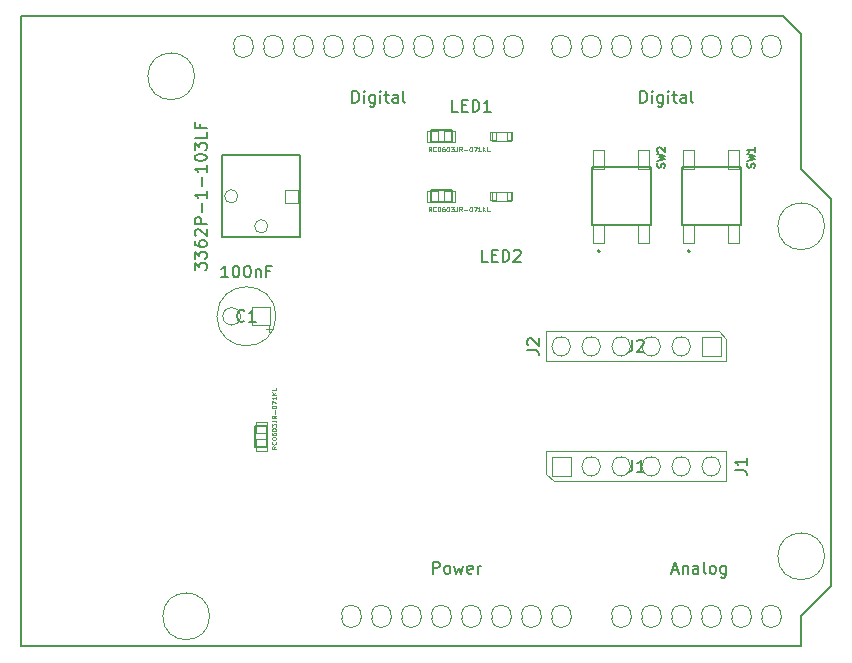
<source format=gbr>
%TF.GenerationSoftware,KiCad,Pcbnew,(6.0.2-0)*%
%TF.CreationDate,2022-05-07T22:45:42-07:00*%
%TF.ProjectId,cpe301d_kicad_David_Nakasone,63706533-3031-4645-9f6b-696361645f44,rev?*%
%TF.SameCoordinates,Original*%
%TF.FileFunction,AssemblyDrawing,Top*%
%FSLAX46Y46*%
G04 Gerber Fmt 4.6, Leading zero omitted, Abs format (unit mm)*
G04 Created by KiCad (PCBNEW (6.0.2-0)) date 2022-05-07 22:45:42*
%MOMM*%
%LPD*%
G01*
G04 APERTURE LIST*
%TA.AperFunction,Profile*%
%ADD10C,0.150000*%
%TD*%
%ADD11C,0.150000*%
%ADD12C,0.098425*%
%ADD13C,0.100000*%
%ADD14C,0.127000*%
%ADD15C,0.120000*%
%ADD16C,0.200000*%
G04 APERTURE END LIST*
D10*
X179578000Y-88519000D02*
X177038000Y-85979000D01*
X177038000Y-126365000D02*
X177038000Y-123825000D01*
X177038000Y-74549000D02*
X175514000Y-73025000D01*
X177038000Y-123825000D02*
X179578000Y-121285000D01*
X110998000Y-73025000D02*
X110998000Y-126365000D01*
X179578000Y-121285000D02*
X179578000Y-88519000D01*
X110998000Y-126365000D02*
X177038000Y-126365000D01*
X175514000Y-73025000D02*
X110998000Y-73025000D01*
X177038000Y-85979000D02*
X177038000Y-74549000D01*
D11*
%TO.C,P1*%
X145851809Y-120213380D02*
X145851809Y-119213380D01*
X146232761Y-119213380D01*
X146328000Y-119261000D01*
X146375619Y-119308619D01*
X146423238Y-119403857D01*
X146423238Y-119546714D01*
X146375619Y-119641952D01*
X146328000Y-119689571D01*
X146232761Y-119737190D01*
X145851809Y-119737190D01*
X146994666Y-120213380D02*
X146899428Y-120165761D01*
X146851809Y-120118142D01*
X146804190Y-120022904D01*
X146804190Y-119737190D01*
X146851809Y-119641952D01*
X146899428Y-119594333D01*
X146994666Y-119546714D01*
X147137523Y-119546714D01*
X147232761Y-119594333D01*
X147280380Y-119641952D01*
X147328000Y-119737190D01*
X147328000Y-120022904D01*
X147280380Y-120118142D01*
X147232761Y-120165761D01*
X147137523Y-120213380D01*
X146994666Y-120213380D01*
X147661333Y-119546714D02*
X147851809Y-120213380D01*
X148042285Y-119737190D01*
X148232761Y-120213380D01*
X148423238Y-119546714D01*
X149185142Y-120165761D02*
X149089904Y-120213380D01*
X148899428Y-120213380D01*
X148804190Y-120165761D01*
X148756571Y-120070523D01*
X148756571Y-119689571D01*
X148804190Y-119594333D01*
X148899428Y-119546714D01*
X149089904Y-119546714D01*
X149185142Y-119594333D01*
X149232761Y-119689571D01*
X149232761Y-119784809D01*
X148756571Y-119880047D01*
X149661333Y-120213380D02*
X149661333Y-119546714D01*
X149661333Y-119737190D02*
X149708952Y-119641952D01*
X149756571Y-119594333D01*
X149851809Y-119546714D01*
X149947047Y-119546714D01*
%TO.C,P2*%
X166092476Y-119927666D02*
X166568666Y-119927666D01*
X165997238Y-120213380D02*
X166330571Y-119213380D01*
X166663904Y-120213380D01*
X166997238Y-119546714D02*
X166997238Y-120213380D01*
X166997238Y-119641952D02*
X167044857Y-119594333D01*
X167140095Y-119546714D01*
X167282952Y-119546714D01*
X167378190Y-119594333D01*
X167425809Y-119689571D01*
X167425809Y-120213380D01*
X168330571Y-120213380D02*
X168330571Y-119689571D01*
X168282952Y-119594333D01*
X168187714Y-119546714D01*
X167997238Y-119546714D01*
X167902000Y-119594333D01*
X168330571Y-120165761D02*
X168235333Y-120213380D01*
X167997238Y-120213380D01*
X167902000Y-120165761D01*
X167854380Y-120070523D01*
X167854380Y-119975285D01*
X167902000Y-119880047D01*
X167997238Y-119832428D01*
X168235333Y-119832428D01*
X168330571Y-119784809D01*
X168949619Y-120213380D02*
X168854380Y-120165761D01*
X168806761Y-120070523D01*
X168806761Y-119213380D01*
X169473428Y-120213380D02*
X169378190Y-120165761D01*
X169330571Y-120118142D01*
X169282952Y-120022904D01*
X169282952Y-119737190D01*
X169330571Y-119641952D01*
X169378190Y-119594333D01*
X169473428Y-119546714D01*
X169616285Y-119546714D01*
X169711523Y-119594333D01*
X169759142Y-119641952D01*
X169806761Y-119737190D01*
X169806761Y-120022904D01*
X169759142Y-120118142D01*
X169711523Y-120165761D01*
X169616285Y-120213380D01*
X169473428Y-120213380D01*
X170663904Y-119546714D02*
X170663904Y-120356238D01*
X170616285Y-120451476D01*
X170568666Y-120499095D01*
X170473428Y-120546714D01*
X170330571Y-120546714D01*
X170235333Y-120499095D01*
X170663904Y-120165761D02*
X170568666Y-120213380D01*
X170378190Y-120213380D01*
X170282952Y-120165761D01*
X170235333Y-120118142D01*
X170187714Y-120022904D01*
X170187714Y-119737190D01*
X170235333Y-119641952D01*
X170282952Y-119594333D01*
X170378190Y-119546714D01*
X170568666Y-119546714D01*
X170663904Y-119594333D01*
%TO.C,P3*%
X139033523Y-80335380D02*
X139033523Y-79335380D01*
X139271619Y-79335380D01*
X139414476Y-79383000D01*
X139509714Y-79478238D01*
X139557333Y-79573476D01*
X139604952Y-79763952D01*
X139604952Y-79906809D01*
X139557333Y-80097285D01*
X139509714Y-80192523D01*
X139414476Y-80287761D01*
X139271619Y-80335380D01*
X139033523Y-80335380D01*
X140033523Y-80335380D02*
X140033523Y-79668714D01*
X140033523Y-79335380D02*
X139985904Y-79383000D01*
X140033523Y-79430619D01*
X140081142Y-79383000D01*
X140033523Y-79335380D01*
X140033523Y-79430619D01*
X140938285Y-79668714D02*
X140938285Y-80478238D01*
X140890666Y-80573476D01*
X140843047Y-80621095D01*
X140747809Y-80668714D01*
X140604952Y-80668714D01*
X140509714Y-80621095D01*
X140938285Y-80287761D02*
X140843047Y-80335380D01*
X140652571Y-80335380D01*
X140557333Y-80287761D01*
X140509714Y-80240142D01*
X140462095Y-80144904D01*
X140462095Y-79859190D01*
X140509714Y-79763952D01*
X140557333Y-79716333D01*
X140652571Y-79668714D01*
X140843047Y-79668714D01*
X140938285Y-79716333D01*
X141414476Y-80335380D02*
X141414476Y-79668714D01*
X141414476Y-79335380D02*
X141366857Y-79383000D01*
X141414476Y-79430619D01*
X141462095Y-79383000D01*
X141414476Y-79335380D01*
X141414476Y-79430619D01*
X141747809Y-79668714D02*
X142128761Y-79668714D01*
X141890666Y-79335380D02*
X141890666Y-80192523D01*
X141938285Y-80287761D01*
X142033523Y-80335380D01*
X142128761Y-80335380D01*
X142890666Y-80335380D02*
X142890666Y-79811571D01*
X142843047Y-79716333D01*
X142747809Y-79668714D01*
X142557333Y-79668714D01*
X142462095Y-79716333D01*
X142890666Y-80287761D02*
X142795428Y-80335380D01*
X142557333Y-80335380D01*
X142462095Y-80287761D01*
X142414476Y-80192523D01*
X142414476Y-80097285D01*
X142462095Y-80002047D01*
X142557333Y-79954428D01*
X142795428Y-79954428D01*
X142890666Y-79906809D01*
X143509714Y-80335380D02*
X143414476Y-80287761D01*
X143366857Y-80192523D01*
X143366857Y-79335380D01*
%TO.C,P4*%
X163417523Y-80335380D02*
X163417523Y-79335380D01*
X163655619Y-79335380D01*
X163798476Y-79383000D01*
X163893714Y-79478238D01*
X163941333Y-79573476D01*
X163988952Y-79763952D01*
X163988952Y-79906809D01*
X163941333Y-80097285D01*
X163893714Y-80192523D01*
X163798476Y-80287761D01*
X163655619Y-80335380D01*
X163417523Y-80335380D01*
X164417523Y-80335380D02*
X164417523Y-79668714D01*
X164417523Y-79335380D02*
X164369904Y-79383000D01*
X164417523Y-79430619D01*
X164465142Y-79383000D01*
X164417523Y-79335380D01*
X164417523Y-79430619D01*
X165322285Y-79668714D02*
X165322285Y-80478238D01*
X165274666Y-80573476D01*
X165227047Y-80621095D01*
X165131809Y-80668714D01*
X164988952Y-80668714D01*
X164893714Y-80621095D01*
X165322285Y-80287761D02*
X165227047Y-80335380D01*
X165036571Y-80335380D01*
X164941333Y-80287761D01*
X164893714Y-80240142D01*
X164846095Y-80144904D01*
X164846095Y-79859190D01*
X164893714Y-79763952D01*
X164941333Y-79716333D01*
X165036571Y-79668714D01*
X165227047Y-79668714D01*
X165322285Y-79716333D01*
X165798476Y-80335380D02*
X165798476Y-79668714D01*
X165798476Y-79335380D02*
X165750857Y-79383000D01*
X165798476Y-79430619D01*
X165846095Y-79383000D01*
X165798476Y-79335380D01*
X165798476Y-79430619D01*
X166131809Y-79668714D02*
X166512761Y-79668714D01*
X166274666Y-79335380D02*
X166274666Y-80192523D01*
X166322285Y-80287761D01*
X166417523Y-80335380D01*
X166512761Y-80335380D01*
X167274666Y-80335380D02*
X167274666Y-79811571D01*
X167227047Y-79716333D01*
X167131809Y-79668714D01*
X166941333Y-79668714D01*
X166846095Y-79716333D01*
X167274666Y-80287761D02*
X167179428Y-80335380D01*
X166941333Y-80335380D01*
X166846095Y-80287761D01*
X166798476Y-80192523D01*
X166798476Y-80097285D01*
X166846095Y-80002047D01*
X166941333Y-79954428D01*
X167179428Y-79954428D01*
X167274666Y-79906809D01*
X167893714Y-80335380D02*
X167798476Y-80287761D01*
X167750857Y-80192523D01*
X167750857Y-79335380D01*
%TO.C,J2*%
X153840380Y-101298333D02*
X154554666Y-101298333D01*
X154697523Y-101345952D01*
X154792761Y-101441190D01*
X154840380Y-101584047D01*
X154840380Y-101679285D01*
X153935619Y-100869761D02*
X153888000Y-100822142D01*
X153840380Y-100726904D01*
X153840380Y-100488809D01*
X153888000Y-100393571D01*
X153935619Y-100345952D01*
X154030857Y-100298333D01*
X154126095Y-100298333D01*
X154268952Y-100345952D01*
X154840380Y-100917380D01*
X154840380Y-100298333D01*
X162734666Y-100417380D02*
X162734666Y-101131666D01*
X162687047Y-101274523D01*
X162591809Y-101369761D01*
X162448952Y-101417380D01*
X162353714Y-101417380D01*
X163163238Y-100512619D02*
X163210857Y-100465000D01*
X163306095Y-100417380D01*
X163544190Y-100417380D01*
X163639428Y-100465000D01*
X163687047Y-100512619D01*
X163734666Y-100607857D01*
X163734666Y-100703095D01*
X163687047Y-100845952D01*
X163115619Y-101417380D01*
X163734666Y-101417380D01*
D12*
%TO.C,R3*%
X145713915Y-89543102D02*
X145582681Y-89355626D01*
X145488943Y-89543102D02*
X145488943Y-89149401D01*
X145638924Y-89149401D01*
X145676420Y-89168149D01*
X145695167Y-89186897D01*
X145713915Y-89224392D01*
X145713915Y-89280635D01*
X145695167Y-89318130D01*
X145676420Y-89336878D01*
X145638924Y-89355626D01*
X145488943Y-89355626D01*
X146107616Y-89505607D02*
X146088868Y-89524355D01*
X146032625Y-89543102D01*
X145995130Y-89543102D01*
X145938887Y-89524355D01*
X145901392Y-89486859D01*
X145882644Y-89449364D01*
X145863896Y-89374373D01*
X145863896Y-89318130D01*
X145882644Y-89243140D01*
X145901392Y-89205644D01*
X145938887Y-89168149D01*
X145995130Y-89149401D01*
X146032625Y-89149401D01*
X146088868Y-89168149D01*
X146107616Y-89186897D01*
X146351336Y-89149401D02*
X146388831Y-89149401D01*
X146426326Y-89168149D01*
X146445074Y-89186897D01*
X146463822Y-89224392D01*
X146482569Y-89299383D01*
X146482569Y-89393121D01*
X146463822Y-89468112D01*
X146445074Y-89505607D01*
X146426326Y-89524355D01*
X146388831Y-89543102D01*
X146351336Y-89543102D01*
X146313840Y-89524355D01*
X146295093Y-89505607D01*
X146276345Y-89468112D01*
X146257597Y-89393121D01*
X146257597Y-89299383D01*
X146276345Y-89224392D01*
X146295093Y-89186897D01*
X146313840Y-89168149D01*
X146351336Y-89149401D01*
X146820027Y-89149401D02*
X146745037Y-89149401D01*
X146707541Y-89168149D01*
X146688794Y-89186897D01*
X146651298Y-89243140D01*
X146632551Y-89318130D01*
X146632551Y-89468112D01*
X146651298Y-89505607D01*
X146670046Y-89524355D01*
X146707541Y-89543102D01*
X146782532Y-89543102D01*
X146820027Y-89524355D01*
X146838775Y-89505607D01*
X146857523Y-89468112D01*
X146857523Y-89374373D01*
X146838775Y-89336878D01*
X146820027Y-89318130D01*
X146782532Y-89299383D01*
X146707541Y-89299383D01*
X146670046Y-89318130D01*
X146651298Y-89336878D01*
X146632551Y-89374373D01*
X147101242Y-89149401D02*
X147138738Y-89149401D01*
X147176233Y-89168149D01*
X147194981Y-89186897D01*
X147213728Y-89224392D01*
X147232476Y-89299383D01*
X147232476Y-89393121D01*
X147213728Y-89468112D01*
X147194981Y-89505607D01*
X147176233Y-89524355D01*
X147138738Y-89543102D01*
X147101242Y-89543102D01*
X147063747Y-89524355D01*
X147044999Y-89505607D01*
X147026252Y-89468112D01*
X147007504Y-89393121D01*
X147007504Y-89299383D01*
X147026252Y-89224392D01*
X147044999Y-89186897D01*
X147063747Y-89168149D01*
X147101242Y-89149401D01*
X147363710Y-89149401D02*
X147607429Y-89149401D01*
X147476196Y-89299383D01*
X147532439Y-89299383D01*
X147569934Y-89318130D01*
X147588682Y-89336878D01*
X147607429Y-89374373D01*
X147607429Y-89468112D01*
X147588682Y-89505607D01*
X147569934Y-89524355D01*
X147532439Y-89543102D01*
X147419953Y-89543102D01*
X147382457Y-89524355D01*
X147363710Y-89505607D01*
X147888644Y-89149401D02*
X147888644Y-89430616D01*
X147869897Y-89486859D01*
X147832401Y-89524355D01*
X147776158Y-89543102D01*
X147738663Y-89543102D01*
X148301093Y-89543102D02*
X148169859Y-89355626D01*
X148076121Y-89543102D02*
X148076121Y-89149401D01*
X148226102Y-89149401D01*
X148263598Y-89168149D01*
X148282345Y-89186897D01*
X148301093Y-89224392D01*
X148301093Y-89280635D01*
X148282345Y-89318130D01*
X148263598Y-89336878D01*
X148226102Y-89355626D01*
X148076121Y-89355626D01*
X148469822Y-89393121D02*
X148769785Y-89393121D01*
X149032252Y-89149401D02*
X149069747Y-89149401D01*
X149107243Y-89168149D01*
X149125990Y-89186897D01*
X149144738Y-89224392D01*
X149163486Y-89299383D01*
X149163486Y-89393121D01*
X149144738Y-89468112D01*
X149125990Y-89505607D01*
X149107243Y-89524355D01*
X149069747Y-89543102D01*
X149032252Y-89543102D01*
X148994757Y-89524355D01*
X148976009Y-89505607D01*
X148957261Y-89468112D01*
X148938514Y-89393121D01*
X148938514Y-89299383D01*
X148957261Y-89224392D01*
X148976009Y-89186897D01*
X148994757Y-89168149D01*
X149032252Y-89149401D01*
X149294719Y-89149401D02*
X149557187Y-89149401D01*
X149388458Y-89543102D01*
X149913392Y-89543102D02*
X149688420Y-89543102D01*
X149800906Y-89543102D02*
X149800906Y-89149401D01*
X149763411Y-89205644D01*
X149725916Y-89243140D01*
X149688420Y-89261887D01*
X150082121Y-89543102D02*
X150082121Y-89149401D01*
X150307093Y-89543102D02*
X150138364Y-89318130D01*
X150307093Y-89149401D02*
X150082121Y-89374373D01*
X150663299Y-89543102D02*
X150475822Y-89543102D01*
X150475822Y-89149401D01*
D11*
%TO.C,J1*%
X171410380Y-111458333D02*
X172124666Y-111458333D01*
X172267523Y-111505952D01*
X172362761Y-111601190D01*
X172410380Y-111744047D01*
X172410380Y-111839285D01*
X172410380Y-110458333D02*
X172410380Y-111029761D01*
X172410380Y-110744047D02*
X171410380Y-110744047D01*
X171553238Y-110839285D01*
X171648476Y-110934523D01*
X171696095Y-111029761D01*
X162734666Y-110577380D02*
X162734666Y-111291666D01*
X162687047Y-111434523D01*
X162591809Y-111529761D01*
X162448952Y-111577380D01*
X162353714Y-111577380D01*
X163734666Y-111577380D02*
X163163238Y-111577380D01*
X163448952Y-111577380D02*
X163448952Y-110577380D01*
X163353714Y-110720238D01*
X163258476Y-110815476D01*
X163163238Y-110863095D01*
%TO.C,D1*%
X147978952Y-81097380D02*
X147502761Y-81097380D01*
X147502761Y-80097380D01*
X148312285Y-80573571D02*
X148645619Y-80573571D01*
X148788476Y-81097380D02*
X148312285Y-81097380D01*
X148312285Y-80097380D01*
X148788476Y-80097380D01*
X149217047Y-81097380D02*
X149217047Y-80097380D01*
X149455142Y-80097380D01*
X149598000Y-80145000D01*
X149693238Y-80240238D01*
X149740857Y-80335476D01*
X149788476Y-80525952D01*
X149788476Y-80668809D01*
X149740857Y-80859285D01*
X149693238Y-80954523D01*
X149598000Y-81049761D01*
X149455142Y-81097380D01*
X149217047Y-81097380D01*
X150740857Y-81097380D02*
X150169428Y-81097380D01*
X150455142Y-81097380D02*
X150455142Y-80097380D01*
X150359904Y-80240238D01*
X150264666Y-80335476D01*
X150169428Y-80383095D01*
%TO.C,D2*%
X150518952Y-93797380D02*
X150042761Y-93797380D01*
X150042761Y-92797380D01*
X150852285Y-93273571D02*
X151185619Y-93273571D01*
X151328476Y-93797380D02*
X150852285Y-93797380D01*
X150852285Y-92797380D01*
X151328476Y-92797380D01*
X151757047Y-93797380D02*
X151757047Y-92797380D01*
X151995142Y-92797380D01*
X152138000Y-92845000D01*
X152233238Y-92940238D01*
X152280857Y-93035476D01*
X152328476Y-93225952D01*
X152328476Y-93368809D01*
X152280857Y-93559285D01*
X152233238Y-93654523D01*
X152138000Y-93749761D01*
X151995142Y-93797380D01*
X151757047Y-93797380D01*
X152709428Y-92892619D02*
X152757047Y-92845000D01*
X152852285Y-92797380D01*
X153090380Y-92797380D01*
X153185619Y-92845000D01*
X153233238Y-92892619D01*
X153280857Y-92987857D01*
X153280857Y-93083095D01*
X153233238Y-93225952D01*
X152661809Y-93797380D01*
X153280857Y-93797380D01*
D12*
%TO.C,R2*%
X145713915Y-84463102D02*
X145582681Y-84275626D01*
X145488943Y-84463102D02*
X145488943Y-84069401D01*
X145638924Y-84069401D01*
X145676420Y-84088149D01*
X145695167Y-84106897D01*
X145713915Y-84144392D01*
X145713915Y-84200635D01*
X145695167Y-84238130D01*
X145676420Y-84256878D01*
X145638924Y-84275626D01*
X145488943Y-84275626D01*
X146107616Y-84425607D02*
X146088868Y-84444355D01*
X146032625Y-84463102D01*
X145995130Y-84463102D01*
X145938887Y-84444355D01*
X145901392Y-84406859D01*
X145882644Y-84369364D01*
X145863896Y-84294373D01*
X145863896Y-84238130D01*
X145882644Y-84163140D01*
X145901392Y-84125644D01*
X145938887Y-84088149D01*
X145995130Y-84069401D01*
X146032625Y-84069401D01*
X146088868Y-84088149D01*
X146107616Y-84106897D01*
X146351336Y-84069401D02*
X146388831Y-84069401D01*
X146426326Y-84088149D01*
X146445074Y-84106897D01*
X146463822Y-84144392D01*
X146482569Y-84219383D01*
X146482569Y-84313121D01*
X146463822Y-84388112D01*
X146445074Y-84425607D01*
X146426326Y-84444355D01*
X146388831Y-84463102D01*
X146351336Y-84463102D01*
X146313840Y-84444355D01*
X146295093Y-84425607D01*
X146276345Y-84388112D01*
X146257597Y-84313121D01*
X146257597Y-84219383D01*
X146276345Y-84144392D01*
X146295093Y-84106897D01*
X146313840Y-84088149D01*
X146351336Y-84069401D01*
X146820027Y-84069401D02*
X146745037Y-84069401D01*
X146707541Y-84088149D01*
X146688794Y-84106897D01*
X146651298Y-84163140D01*
X146632551Y-84238130D01*
X146632551Y-84388112D01*
X146651298Y-84425607D01*
X146670046Y-84444355D01*
X146707541Y-84463102D01*
X146782532Y-84463102D01*
X146820027Y-84444355D01*
X146838775Y-84425607D01*
X146857523Y-84388112D01*
X146857523Y-84294373D01*
X146838775Y-84256878D01*
X146820027Y-84238130D01*
X146782532Y-84219383D01*
X146707541Y-84219383D01*
X146670046Y-84238130D01*
X146651298Y-84256878D01*
X146632551Y-84294373D01*
X147101242Y-84069401D02*
X147138738Y-84069401D01*
X147176233Y-84088149D01*
X147194981Y-84106897D01*
X147213728Y-84144392D01*
X147232476Y-84219383D01*
X147232476Y-84313121D01*
X147213728Y-84388112D01*
X147194981Y-84425607D01*
X147176233Y-84444355D01*
X147138738Y-84463102D01*
X147101242Y-84463102D01*
X147063747Y-84444355D01*
X147044999Y-84425607D01*
X147026252Y-84388112D01*
X147007504Y-84313121D01*
X147007504Y-84219383D01*
X147026252Y-84144392D01*
X147044999Y-84106897D01*
X147063747Y-84088149D01*
X147101242Y-84069401D01*
X147363710Y-84069401D02*
X147607429Y-84069401D01*
X147476196Y-84219383D01*
X147532439Y-84219383D01*
X147569934Y-84238130D01*
X147588682Y-84256878D01*
X147607429Y-84294373D01*
X147607429Y-84388112D01*
X147588682Y-84425607D01*
X147569934Y-84444355D01*
X147532439Y-84463102D01*
X147419953Y-84463102D01*
X147382457Y-84444355D01*
X147363710Y-84425607D01*
X147888644Y-84069401D02*
X147888644Y-84350616D01*
X147869897Y-84406859D01*
X147832401Y-84444355D01*
X147776158Y-84463102D01*
X147738663Y-84463102D01*
X148301093Y-84463102D02*
X148169859Y-84275626D01*
X148076121Y-84463102D02*
X148076121Y-84069401D01*
X148226102Y-84069401D01*
X148263598Y-84088149D01*
X148282345Y-84106897D01*
X148301093Y-84144392D01*
X148301093Y-84200635D01*
X148282345Y-84238130D01*
X148263598Y-84256878D01*
X148226102Y-84275626D01*
X148076121Y-84275626D01*
X148469822Y-84313121D02*
X148769785Y-84313121D01*
X149032252Y-84069401D02*
X149069747Y-84069401D01*
X149107243Y-84088149D01*
X149125990Y-84106897D01*
X149144738Y-84144392D01*
X149163486Y-84219383D01*
X149163486Y-84313121D01*
X149144738Y-84388112D01*
X149125990Y-84425607D01*
X149107243Y-84444355D01*
X149069747Y-84463102D01*
X149032252Y-84463102D01*
X148994757Y-84444355D01*
X148976009Y-84425607D01*
X148957261Y-84388112D01*
X148938514Y-84313121D01*
X148938514Y-84219383D01*
X148957261Y-84144392D01*
X148976009Y-84106897D01*
X148994757Y-84088149D01*
X149032252Y-84069401D01*
X149294719Y-84069401D02*
X149557187Y-84069401D01*
X149388458Y-84463102D01*
X149913392Y-84463102D02*
X149688420Y-84463102D01*
X149800906Y-84463102D02*
X149800906Y-84069401D01*
X149763411Y-84125644D01*
X149725916Y-84163140D01*
X149688420Y-84181887D01*
X150082121Y-84463102D02*
X150082121Y-84069401D01*
X150307093Y-84463102D02*
X150138364Y-84238130D01*
X150307093Y-84069401D02*
X150082121Y-84294373D01*
X150663299Y-84463102D02*
X150475822Y-84463102D01*
X150475822Y-84069401D01*
D11*
%TO.C,C1*%
X128520380Y-95127380D02*
X127948952Y-95127380D01*
X128234666Y-95127380D02*
X128234666Y-94127380D01*
X128139428Y-94270238D01*
X128044190Y-94365476D01*
X127948952Y-94413095D01*
X129139428Y-94127380D02*
X129234666Y-94127380D01*
X129329904Y-94175000D01*
X129377523Y-94222619D01*
X129425142Y-94317857D01*
X129472761Y-94508333D01*
X129472761Y-94746428D01*
X129425142Y-94936904D01*
X129377523Y-95032142D01*
X129329904Y-95079761D01*
X129234666Y-95127380D01*
X129139428Y-95127380D01*
X129044190Y-95079761D01*
X128996571Y-95032142D01*
X128948952Y-94936904D01*
X128901333Y-94746428D01*
X128901333Y-94508333D01*
X128948952Y-94317857D01*
X128996571Y-94222619D01*
X129044190Y-94175000D01*
X129139428Y-94127380D01*
X130091809Y-94127380D02*
X130187047Y-94127380D01*
X130282285Y-94175000D01*
X130329904Y-94222619D01*
X130377523Y-94317857D01*
X130425142Y-94508333D01*
X130425142Y-94746428D01*
X130377523Y-94936904D01*
X130329904Y-95032142D01*
X130282285Y-95079761D01*
X130187047Y-95127380D01*
X130091809Y-95127380D01*
X129996571Y-95079761D01*
X129948952Y-95032142D01*
X129901333Y-94936904D01*
X129853714Y-94746428D01*
X129853714Y-94508333D01*
X129901333Y-94317857D01*
X129948952Y-94222619D01*
X129996571Y-94175000D01*
X130091809Y-94127380D01*
X130853714Y-94460714D02*
X130853714Y-95127380D01*
X130853714Y-94555952D02*
X130901333Y-94508333D01*
X130996571Y-94460714D01*
X131139428Y-94460714D01*
X131234666Y-94508333D01*
X131282285Y-94603571D01*
X131282285Y-95127380D01*
X132091809Y-94603571D02*
X131758476Y-94603571D01*
X131758476Y-95127380D02*
X131758476Y-94127380D01*
X132234666Y-94127380D01*
X129901333Y-98782142D02*
X129853714Y-98829761D01*
X129710857Y-98877380D01*
X129615619Y-98877380D01*
X129472761Y-98829761D01*
X129377523Y-98734523D01*
X129329904Y-98639285D01*
X129282285Y-98448809D01*
X129282285Y-98305952D01*
X129329904Y-98115476D01*
X129377523Y-98020238D01*
X129472761Y-97925000D01*
X129615619Y-97877380D01*
X129710857Y-97877380D01*
X129853714Y-97925000D01*
X129901333Y-97972619D01*
X130853714Y-98877380D02*
X130282285Y-98877380D01*
X130568000Y-98877380D02*
X130568000Y-97877380D01*
X130472761Y-98020238D01*
X130377523Y-98115476D01*
X130282285Y-98163095D01*
%TO.C,S2*%
X165463447Y-85828733D02*
X165493923Y-85737304D01*
X165493923Y-85584923D01*
X165463447Y-85523971D01*
X165432971Y-85493495D01*
X165372019Y-85463019D01*
X165311066Y-85463019D01*
X165250114Y-85493495D01*
X165219638Y-85523971D01*
X165189161Y-85584923D01*
X165158685Y-85706828D01*
X165128209Y-85767780D01*
X165097733Y-85798257D01*
X165036780Y-85828733D01*
X164975828Y-85828733D01*
X164914876Y-85798257D01*
X164884400Y-85767780D01*
X164853923Y-85706828D01*
X164853923Y-85554447D01*
X164884400Y-85463019D01*
X164853923Y-85249685D02*
X165493923Y-85097304D01*
X165036780Y-84975400D01*
X165493923Y-84853495D01*
X164853923Y-84701114D01*
X164914876Y-84487780D02*
X164884400Y-84457304D01*
X164853923Y-84396352D01*
X164853923Y-84243971D01*
X164884400Y-84183019D01*
X164914876Y-84152542D01*
X164975828Y-84122066D01*
X165036780Y-84122066D01*
X165128209Y-84152542D01*
X165493923Y-84518257D01*
X165493923Y-84122066D01*
%TO.C,S1*%
X173083447Y-85828733D02*
X173113923Y-85737304D01*
X173113923Y-85584923D01*
X173083447Y-85523971D01*
X173052971Y-85493495D01*
X172992019Y-85463019D01*
X172931066Y-85463019D01*
X172870114Y-85493495D01*
X172839638Y-85523971D01*
X172809161Y-85584923D01*
X172778685Y-85706828D01*
X172748209Y-85767780D01*
X172717733Y-85798257D01*
X172656780Y-85828733D01*
X172595828Y-85828733D01*
X172534876Y-85798257D01*
X172504400Y-85767780D01*
X172473923Y-85706828D01*
X172473923Y-85554447D01*
X172504400Y-85463019D01*
X172473923Y-85249685D02*
X173113923Y-85097304D01*
X172656780Y-84975400D01*
X173113923Y-84853495D01*
X172473923Y-84701114D01*
X173113923Y-84122066D02*
X173113923Y-84487780D01*
X173113923Y-84304923D02*
X172473923Y-84304923D01*
X172565352Y-84365876D01*
X172626304Y-84426828D01*
X172656780Y-84487780D01*
D12*
%TO.C,R1*%
X132596102Y-109429084D02*
X132408626Y-109560318D01*
X132596102Y-109654056D02*
X132202401Y-109654056D01*
X132202401Y-109504075D01*
X132221149Y-109466579D01*
X132239897Y-109447832D01*
X132277392Y-109429084D01*
X132333635Y-109429084D01*
X132371130Y-109447832D01*
X132389878Y-109466579D01*
X132408626Y-109504075D01*
X132408626Y-109654056D01*
X132558607Y-109035383D02*
X132577355Y-109054131D01*
X132596102Y-109110374D01*
X132596102Y-109147869D01*
X132577355Y-109204112D01*
X132539859Y-109241607D01*
X132502364Y-109260355D01*
X132427373Y-109279103D01*
X132371130Y-109279103D01*
X132296140Y-109260355D01*
X132258644Y-109241607D01*
X132221149Y-109204112D01*
X132202401Y-109147869D01*
X132202401Y-109110374D01*
X132221149Y-109054131D01*
X132239897Y-109035383D01*
X132202401Y-108791663D02*
X132202401Y-108754168D01*
X132221149Y-108716673D01*
X132239897Y-108697925D01*
X132277392Y-108679177D01*
X132352383Y-108660430D01*
X132446121Y-108660430D01*
X132521112Y-108679177D01*
X132558607Y-108697925D01*
X132577355Y-108716673D01*
X132596102Y-108754168D01*
X132596102Y-108791663D01*
X132577355Y-108829159D01*
X132558607Y-108847906D01*
X132521112Y-108866654D01*
X132446121Y-108885402D01*
X132352383Y-108885402D01*
X132277392Y-108866654D01*
X132239897Y-108847906D01*
X132221149Y-108829159D01*
X132202401Y-108791663D01*
X132202401Y-108322972D02*
X132202401Y-108397962D01*
X132221149Y-108435458D01*
X132239897Y-108454205D01*
X132296140Y-108491701D01*
X132371130Y-108510448D01*
X132521112Y-108510448D01*
X132558607Y-108491701D01*
X132577355Y-108472953D01*
X132596102Y-108435458D01*
X132596102Y-108360467D01*
X132577355Y-108322972D01*
X132558607Y-108304224D01*
X132521112Y-108285476D01*
X132427373Y-108285476D01*
X132389878Y-108304224D01*
X132371130Y-108322972D01*
X132352383Y-108360467D01*
X132352383Y-108435458D01*
X132371130Y-108472953D01*
X132389878Y-108491701D01*
X132427373Y-108510448D01*
X132202401Y-108041757D02*
X132202401Y-108004261D01*
X132221149Y-107966766D01*
X132239897Y-107948018D01*
X132277392Y-107929271D01*
X132352383Y-107910523D01*
X132446121Y-107910523D01*
X132521112Y-107929271D01*
X132558607Y-107948018D01*
X132577355Y-107966766D01*
X132596102Y-108004261D01*
X132596102Y-108041757D01*
X132577355Y-108079252D01*
X132558607Y-108098000D01*
X132521112Y-108116747D01*
X132446121Y-108135495D01*
X132352383Y-108135495D01*
X132277392Y-108116747D01*
X132239897Y-108098000D01*
X132221149Y-108079252D01*
X132202401Y-108041757D01*
X132202401Y-107779289D02*
X132202401Y-107535570D01*
X132352383Y-107666803D01*
X132352383Y-107610560D01*
X132371130Y-107573065D01*
X132389878Y-107554317D01*
X132427373Y-107535570D01*
X132521112Y-107535570D01*
X132558607Y-107554317D01*
X132577355Y-107573065D01*
X132596102Y-107610560D01*
X132596102Y-107723046D01*
X132577355Y-107760542D01*
X132558607Y-107779289D01*
X132202401Y-107254355D02*
X132483616Y-107254355D01*
X132539859Y-107273102D01*
X132577355Y-107310598D01*
X132596102Y-107366841D01*
X132596102Y-107404336D01*
X132596102Y-106841906D02*
X132408626Y-106973140D01*
X132596102Y-107066878D02*
X132202401Y-107066878D01*
X132202401Y-106916897D01*
X132221149Y-106879401D01*
X132239897Y-106860654D01*
X132277392Y-106841906D01*
X132333635Y-106841906D01*
X132371130Y-106860654D01*
X132389878Y-106879401D01*
X132408626Y-106916897D01*
X132408626Y-107066878D01*
X132446121Y-106673177D02*
X132446121Y-106373214D01*
X132202401Y-106110747D02*
X132202401Y-106073252D01*
X132221149Y-106035756D01*
X132239897Y-106017009D01*
X132277392Y-105998261D01*
X132352383Y-105979513D01*
X132446121Y-105979513D01*
X132521112Y-105998261D01*
X132558607Y-106017009D01*
X132577355Y-106035756D01*
X132596102Y-106073252D01*
X132596102Y-106110747D01*
X132577355Y-106148242D01*
X132558607Y-106166990D01*
X132521112Y-106185738D01*
X132446121Y-106204485D01*
X132352383Y-106204485D01*
X132277392Y-106185738D01*
X132239897Y-106166990D01*
X132221149Y-106148242D01*
X132202401Y-106110747D01*
X132202401Y-105848280D02*
X132202401Y-105585812D01*
X132596102Y-105754541D01*
X132596102Y-105229607D02*
X132596102Y-105454579D01*
X132596102Y-105342093D02*
X132202401Y-105342093D01*
X132258644Y-105379588D01*
X132296140Y-105417083D01*
X132314887Y-105454579D01*
X132596102Y-105060878D02*
X132202401Y-105060878D01*
X132596102Y-104835906D02*
X132371130Y-105004635D01*
X132202401Y-104835906D02*
X132427373Y-105060878D01*
X132596102Y-104479700D02*
X132596102Y-104667177D01*
X132202401Y-104667177D01*
D11*
%TO.C,VR1*%
X125689069Y-94518029D02*
X125689069Y-93897499D01*
X126070934Y-94231630D01*
X126070934Y-94088431D01*
X126118667Y-93992965D01*
X126166400Y-93945232D01*
X126261866Y-93897499D01*
X126500531Y-93897499D01*
X126595997Y-93945232D01*
X126643730Y-93992965D01*
X126691463Y-94088431D01*
X126691463Y-94374830D01*
X126643730Y-94470296D01*
X126595997Y-94518029D01*
X125689069Y-93563368D02*
X125689069Y-92942838D01*
X126070934Y-93276970D01*
X126070934Y-93133770D01*
X126118667Y-93038304D01*
X126166400Y-92990571D01*
X126261866Y-92942838D01*
X126500531Y-92942838D01*
X126595997Y-92990571D01*
X126643730Y-93038304D01*
X126691463Y-93133770D01*
X126691463Y-93420169D01*
X126643730Y-93515635D01*
X126595997Y-93563368D01*
X125689069Y-92083643D02*
X125689069Y-92274576D01*
X125736803Y-92370042D01*
X125784536Y-92417775D01*
X125927735Y-92513241D01*
X126118667Y-92560974D01*
X126500531Y-92560974D01*
X126595997Y-92513241D01*
X126643730Y-92465508D01*
X126691463Y-92370042D01*
X126691463Y-92179109D01*
X126643730Y-92083643D01*
X126595997Y-92035910D01*
X126500531Y-91988177D01*
X126261866Y-91988177D01*
X126166400Y-92035910D01*
X126118667Y-92083643D01*
X126070934Y-92179109D01*
X126070934Y-92370042D01*
X126118667Y-92465508D01*
X126166400Y-92513241D01*
X126261866Y-92560974D01*
X125784536Y-91606313D02*
X125736803Y-91558580D01*
X125689069Y-91463114D01*
X125689069Y-91224448D01*
X125736803Y-91128982D01*
X125784536Y-91081249D01*
X125880002Y-91033516D01*
X125975468Y-91033516D01*
X126118667Y-91081249D01*
X126691463Y-91654046D01*
X126691463Y-91033516D01*
X126691463Y-90603919D02*
X125689069Y-90603919D01*
X125689069Y-90222054D01*
X125736803Y-90126588D01*
X125784536Y-90078855D01*
X125880002Y-90031122D01*
X126023201Y-90031122D01*
X126118667Y-90078855D01*
X126166400Y-90126588D01*
X126214133Y-90222054D01*
X126214133Y-90603919D01*
X126309599Y-89601525D02*
X126309599Y-88837796D01*
X126691463Y-87835402D02*
X126691463Y-88408199D01*
X126691463Y-88121800D02*
X125689069Y-88121800D01*
X125832269Y-88217266D01*
X125927735Y-88312733D01*
X125975468Y-88408199D01*
X126309599Y-87405805D02*
X126309599Y-86642076D01*
X126691463Y-85639682D02*
X126691463Y-86212478D01*
X126691463Y-85926080D02*
X125689069Y-85926080D01*
X125832269Y-86021546D01*
X125927735Y-86117012D01*
X125975468Y-86212478D01*
X125689069Y-85019152D02*
X125689069Y-84923686D01*
X125736803Y-84828220D01*
X125784536Y-84780487D01*
X125880002Y-84732754D01*
X126070934Y-84685021D01*
X126309599Y-84685021D01*
X126500531Y-84732754D01*
X126595997Y-84780487D01*
X126643730Y-84828220D01*
X126691463Y-84923686D01*
X126691463Y-85019152D01*
X126643730Y-85114618D01*
X126595997Y-85162351D01*
X126500531Y-85210084D01*
X126309599Y-85257818D01*
X126070934Y-85257818D01*
X125880002Y-85210084D01*
X125784536Y-85162351D01*
X125736803Y-85114618D01*
X125689069Y-85019152D01*
X125689069Y-84350890D02*
X125689069Y-83730360D01*
X126070934Y-84064491D01*
X126070934Y-83921292D01*
X126118667Y-83825826D01*
X126166400Y-83778093D01*
X126261866Y-83730360D01*
X126500531Y-83730360D01*
X126595997Y-83778093D01*
X126643730Y-83825826D01*
X126691463Y-83921292D01*
X126691463Y-84207690D01*
X126643730Y-84303157D01*
X126595997Y-84350890D01*
X126691463Y-82823432D02*
X126691463Y-83300763D01*
X125689069Y-83300763D01*
X126166400Y-82155169D02*
X126166400Y-82489301D01*
X126691463Y-82489301D02*
X125689069Y-82489301D01*
X125689069Y-82011970D01*
D13*
%TO.C,J2*%
X155448000Y-102235000D02*
X155448000Y-99695000D01*
X170688000Y-100330000D02*
X170688000Y-102235000D01*
X170053000Y-99695000D02*
X170688000Y-100330000D01*
X170688000Y-102235000D02*
X155448000Y-102235000D01*
X155448000Y-99695000D02*
X170053000Y-99695000D01*
D14*
%TO.C,R3*%
X147458000Y-88775000D02*
X145658000Y-88775000D01*
X147458000Y-87755000D02*
X145658000Y-87755000D01*
X145658000Y-88775000D02*
X145658000Y-87755000D01*
X147458000Y-88775000D02*
X147458000Y-87755000D01*
D13*
%TO.C,J1*%
X155448000Y-111760000D02*
X155448000Y-109855000D01*
X155448000Y-109855000D02*
X170688000Y-109855000D01*
X170688000Y-112395000D02*
X156083000Y-112395000D01*
X156083000Y-112395000D02*
X155448000Y-111760000D01*
X170688000Y-109855000D02*
X170688000Y-112395000D01*
D15*
%TO.C,D1*%
X150838000Y-82785000D02*
X150838000Y-83585000D01*
X152438000Y-83585000D02*
X152438000Y-82785000D01*
X150838000Y-83585000D02*
X152438000Y-83585000D01*
X152438000Y-82785000D02*
X150838000Y-82785000D01*
%TO.C,D2*%
X152438000Y-88665000D02*
X152438000Y-87865000D01*
X152438000Y-87865000D02*
X150838000Y-87865000D01*
X150838000Y-88665000D02*
X152438000Y-88665000D01*
X150838000Y-87865000D02*
X150838000Y-88665000D01*
D14*
%TO.C,R2*%
X147458000Y-83695000D02*
X145658000Y-83695000D01*
X145658000Y-83695000D02*
X145658000Y-82675000D01*
X147458000Y-83695000D02*
X147458000Y-82675000D01*
X147458000Y-82675000D02*
X145658000Y-82675000D01*
D13*
%TO.C,C1*%
X131951605Y-99762500D02*
X131951605Y-99262500D01*
X132201605Y-99512500D02*
X131701605Y-99512500D01*
X132568000Y-98425000D02*
G75*
G03*
X132568000Y-98425000I-2500000J0D01*
G01*
D14*
%TO.C,S2*%
X164298000Y-85815000D02*
X159298000Y-85815000D01*
X164298000Y-90715000D02*
X164298000Y-85815000D01*
X159298000Y-90715000D02*
X164298000Y-90715000D01*
X159298000Y-85815000D02*
X159298000Y-90715000D01*
D16*
X159998000Y-92915000D02*
G75*
G03*
X159998000Y-92915000I-100000J0D01*
G01*
D14*
%TO.C,S1*%
X171918000Y-85815000D02*
X166918000Y-85815000D01*
X166918000Y-90715000D02*
X171918000Y-90715000D01*
X171918000Y-90715000D02*
X171918000Y-85815000D01*
X166918000Y-85815000D02*
X166918000Y-90715000D01*
D16*
X167618000Y-92915000D02*
G75*
G03*
X167618000Y-92915000I-100000J0D01*
G01*
D14*
%TO.C,R1*%
X131828000Y-109485000D02*
X130808000Y-109485000D01*
X131828000Y-107685000D02*
X131828000Y-109485000D01*
X130808000Y-107685000D02*
X130808000Y-109485000D01*
X131828000Y-107685000D02*
X130808000Y-107685000D01*
%TO.C,VR1*%
X134618000Y-84735000D02*
X134618000Y-91735000D01*
X128018000Y-84735000D02*
X134618000Y-84735000D01*
X128018000Y-91735000D02*
X128018000Y-84735000D01*
X134618000Y-91735000D02*
X128018000Y-91735000D01*
%TD*%
D13*
X138124400Y-123672600D02*
X138124400Y-123977400D01*
X139751600Y-123672600D02*
X139751600Y-123977400D01*
X138124400Y-123977400D02*
G75*
G03*
X139751600Y-123977400I813600J0D01*
G01*
X139751600Y-123672600D02*
G75*
G03*
X138124400Y-123672600I-813600J0D01*
G01*
X140664400Y-123672600D02*
X140664400Y-123977400D01*
X142291600Y-123672600D02*
X142291600Y-123977400D01*
X140664400Y-123977400D02*
G75*
G03*
X142291600Y-123977400I813600J0D01*
G01*
X142291600Y-123672600D02*
G75*
G03*
X140664400Y-123672600I-813600J0D01*
G01*
X143204400Y-123672600D02*
X143204400Y-123977400D01*
X144831600Y-123672600D02*
X144831600Y-123977400D01*
X143204400Y-123977400D02*
G75*
G03*
X144831600Y-123977400I813600J0D01*
G01*
X144831600Y-123672600D02*
G75*
G03*
X143204400Y-123672600I-813600J0D01*
G01*
X145744400Y-123672600D02*
X145744400Y-123977400D01*
X147371600Y-123672600D02*
X147371600Y-123977400D01*
X145744400Y-123977400D02*
G75*
G03*
X147371600Y-123977400I813600J0D01*
G01*
X147371600Y-123672600D02*
G75*
G03*
X145744400Y-123672600I-813600J0D01*
G01*
X148284400Y-123672600D02*
X148284400Y-123977400D01*
X149911600Y-123672600D02*
X149911600Y-123977400D01*
X148284400Y-123977400D02*
G75*
G03*
X149911600Y-123977400I813600J0D01*
G01*
X149911600Y-123672600D02*
G75*
G03*
X148284400Y-123672600I-813600J0D01*
G01*
X150824400Y-123672600D02*
X150824400Y-123977400D01*
X152451600Y-123672600D02*
X152451600Y-123977400D01*
X150824400Y-123977400D02*
G75*
G03*
X152451600Y-123977400I813600J0D01*
G01*
X152451600Y-123672600D02*
G75*
G03*
X150824400Y-123672600I-813600J0D01*
G01*
X153364400Y-123672600D02*
X153364400Y-123977400D01*
X154991600Y-123672600D02*
X154991600Y-123977400D01*
X153364400Y-123977400D02*
G75*
G03*
X154991600Y-123977400I813600J0D01*
G01*
X154991600Y-123672600D02*
G75*
G03*
X153364400Y-123672600I-813600J0D01*
G01*
X155904400Y-123672600D02*
X155904400Y-123977400D01*
X157531600Y-123672600D02*
X157531600Y-123977400D01*
X155904400Y-123977400D02*
G75*
G03*
X157531600Y-123977400I813600J0D01*
G01*
X157531600Y-123672600D02*
G75*
G03*
X155904400Y-123672600I-813600J0D01*
G01*
X160984400Y-123672600D02*
X160984400Y-123977400D01*
X162611600Y-123672600D02*
X162611600Y-123977400D01*
X160984400Y-123977400D02*
G75*
G03*
X162611600Y-123977400I813600J0D01*
G01*
X162611600Y-123672600D02*
G75*
G03*
X160984400Y-123672600I-813600J0D01*
G01*
X163524400Y-123672600D02*
X163524400Y-123977400D01*
X165151600Y-123672600D02*
X165151600Y-123977400D01*
X163524400Y-123977400D02*
G75*
G03*
X165151600Y-123977400I813600J0D01*
G01*
X165151600Y-123672600D02*
G75*
G03*
X163524400Y-123672600I-813600J0D01*
G01*
X166064400Y-123672600D02*
X166064400Y-123977400D01*
X167691600Y-123672600D02*
X167691600Y-123977400D01*
X166064400Y-123977400D02*
G75*
G03*
X167691600Y-123977400I813600J0D01*
G01*
X167691600Y-123672600D02*
G75*
G03*
X166064400Y-123672600I-813600J0D01*
G01*
X168604400Y-123672600D02*
X168604400Y-123977400D01*
X170231600Y-123672600D02*
X170231600Y-123977400D01*
X168604400Y-123977400D02*
G75*
G03*
X170231600Y-123977400I813600J0D01*
G01*
X170231600Y-123672600D02*
G75*
G03*
X168604400Y-123672600I-813600J0D01*
G01*
X171144400Y-123672600D02*
X171144400Y-123977400D01*
X172771600Y-123672600D02*
X172771600Y-123977400D01*
X171144400Y-123977400D02*
G75*
G03*
X172771600Y-123977400I813600J0D01*
G01*
X172771600Y-123672600D02*
G75*
G03*
X171144400Y-123672600I-813600J0D01*
G01*
X173684400Y-123672600D02*
X173684400Y-123977400D01*
X175311600Y-123672600D02*
X175311600Y-123977400D01*
X173684400Y-123977400D02*
G75*
G03*
X175311600Y-123977400I813600J0D01*
G01*
X175311600Y-123672600D02*
G75*
G03*
X173684400Y-123672600I-813600J0D01*
G01*
X128980400Y-75412600D02*
X128980400Y-75717400D01*
X130607600Y-75412600D02*
X130607600Y-75717400D01*
X128980400Y-75717400D02*
G75*
G03*
X130607600Y-75717400I813600J0D01*
G01*
X130607600Y-75412600D02*
G75*
G03*
X128980400Y-75412600I-813600J0D01*
G01*
X131520400Y-75412600D02*
X131520400Y-75717400D01*
X133147600Y-75412600D02*
X133147600Y-75717400D01*
X131520400Y-75717400D02*
G75*
G03*
X133147600Y-75717400I813600J0D01*
G01*
X133147600Y-75412600D02*
G75*
G03*
X131520400Y-75412600I-813600J0D01*
G01*
X134060400Y-75412600D02*
X134060400Y-75717400D01*
X135687600Y-75412600D02*
X135687600Y-75717400D01*
X134060400Y-75717400D02*
G75*
G03*
X135687600Y-75717400I813600J0D01*
G01*
X135687600Y-75412600D02*
G75*
G03*
X134060400Y-75412600I-813600J0D01*
G01*
X136600400Y-75412600D02*
X136600400Y-75717400D01*
X138227600Y-75412600D02*
X138227600Y-75717400D01*
X136600400Y-75717400D02*
G75*
G03*
X138227600Y-75717400I813600J0D01*
G01*
X138227600Y-75412600D02*
G75*
G03*
X136600400Y-75412600I-813600J0D01*
G01*
X139140400Y-75412600D02*
X139140400Y-75717400D01*
X140767600Y-75412600D02*
X140767600Y-75717400D01*
X139140400Y-75717400D02*
G75*
G03*
X140767600Y-75717400I813600J0D01*
G01*
X140767600Y-75412600D02*
G75*
G03*
X139140400Y-75412600I-813600J0D01*
G01*
X141680400Y-75412600D02*
X141680400Y-75717400D01*
X143307600Y-75412600D02*
X143307600Y-75717400D01*
X141680400Y-75717400D02*
G75*
G03*
X143307600Y-75717400I813600J0D01*
G01*
X143307600Y-75412600D02*
G75*
G03*
X141680400Y-75412600I-813600J0D01*
G01*
X144220400Y-75412600D02*
X144220400Y-75717400D01*
X145847600Y-75412600D02*
X145847600Y-75717400D01*
X144220400Y-75717400D02*
G75*
G03*
X145847600Y-75717400I813600J0D01*
G01*
X145847600Y-75412600D02*
G75*
G03*
X144220400Y-75412600I-813600J0D01*
G01*
X146760400Y-75412600D02*
X146760400Y-75717400D01*
X148387600Y-75412600D02*
X148387600Y-75717400D01*
X146760400Y-75717400D02*
G75*
G03*
X148387600Y-75717400I813600J0D01*
G01*
X148387600Y-75412600D02*
G75*
G03*
X146760400Y-75412600I-813600J0D01*
G01*
X149300400Y-75412600D02*
X149300400Y-75717400D01*
X150927600Y-75412600D02*
X150927600Y-75717400D01*
X149300400Y-75717400D02*
G75*
G03*
X150927600Y-75717400I813600J0D01*
G01*
X150927600Y-75412600D02*
G75*
G03*
X149300400Y-75412600I-813600J0D01*
G01*
X151840400Y-75412600D02*
X151840400Y-75717400D01*
X153467600Y-75412600D02*
X153467600Y-75717400D01*
X151840400Y-75717400D02*
G75*
G03*
X153467600Y-75717400I813600J0D01*
G01*
X153467600Y-75412600D02*
G75*
G03*
X151840400Y-75412600I-813600J0D01*
G01*
X155904400Y-75412600D02*
X155904400Y-75717400D01*
X157531600Y-75412600D02*
X157531600Y-75717400D01*
X155904400Y-75717400D02*
G75*
G03*
X157531600Y-75717400I813600J0D01*
G01*
X157531600Y-75412600D02*
G75*
G03*
X155904400Y-75412600I-813600J0D01*
G01*
X158444400Y-75412600D02*
X158444400Y-75717400D01*
X160071600Y-75412600D02*
X160071600Y-75717400D01*
X158444400Y-75717400D02*
G75*
G03*
X160071600Y-75717400I813600J0D01*
G01*
X160071600Y-75412600D02*
G75*
G03*
X158444400Y-75412600I-813600J0D01*
G01*
X160984400Y-75412600D02*
X160984400Y-75717400D01*
X162611600Y-75412600D02*
X162611600Y-75717400D01*
X160984400Y-75717400D02*
G75*
G03*
X162611600Y-75717400I813600J0D01*
G01*
X162611600Y-75412600D02*
G75*
G03*
X160984400Y-75412600I-813600J0D01*
G01*
X163524400Y-75412600D02*
X163524400Y-75717400D01*
X165151600Y-75412600D02*
X165151600Y-75717400D01*
X163524400Y-75717400D02*
G75*
G03*
X165151600Y-75717400I813600J0D01*
G01*
X165151600Y-75412600D02*
G75*
G03*
X163524400Y-75412600I-813600J0D01*
G01*
X166064400Y-75412600D02*
X166064400Y-75717400D01*
X167691600Y-75412600D02*
X167691600Y-75717400D01*
X166064400Y-75717400D02*
G75*
G03*
X167691600Y-75717400I813600J0D01*
G01*
X167691600Y-75412600D02*
G75*
G03*
X166064400Y-75412600I-813600J0D01*
G01*
X168604400Y-75412600D02*
X168604400Y-75717400D01*
X170231600Y-75412600D02*
X170231600Y-75717400D01*
X168604400Y-75717400D02*
G75*
G03*
X170231600Y-75717400I813600J0D01*
G01*
X170231600Y-75412600D02*
G75*
G03*
X168604400Y-75412600I-813600J0D01*
G01*
X171144400Y-75412600D02*
X171144400Y-75717400D01*
X172771600Y-75412600D02*
X172771600Y-75717400D01*
X171144400Y-75717400D02*
G75*
G03*
X172771600Y-75717400I813600J0D01*
G01*
X172771600Y-75412600D02*
G75*
G03*
X171144400Y-75412600I-813600J0D01*
G01*
X173684400Y-75412600D02*
X173684400Y-75717400D01*
X175311600Y-75412600D02*
X175311600Y-75717400D01*
X173684400Y-75717400D02*
G75*
G03*
X175311600Y-75717400I813600J0D01*
G01*
X175311600Y-75412600D02*
G75*
G03*
X173684400Y-75412600I-813600J0D01*
G01*
%TO.C,P5*%
X126950000Y-123825000D02*
G75*
G03*
X126950000Y-123825000I-1982000J0D01*
G01*
%TD*%
%TO.C,P6*%
X179020000Y-118745000D02*
G75*
G03*
X179020000Y-118745000I-1982000J0D01*
G01*
%TD*%
%TO.C,P7*%
X125680000Y-78105000D02*
G75*
G03*
X125680000Y-78105000I-1982000J0D01*
G01*
%TD*%
%TO.C,P8*%
X179020000Y-90805000D02*
G75*
G03*
X179020000Y-90805000I-1982000J0D01*
G01*
%TD*%
%TO.C,J2*%
X168618000Y-100165000D02*
X168618000Y-101765000D01*
X170218000Y-101765000D01*
X170218000Y-100165000D01*
X168618000Y-100165000D01*
X166878000Y-100165000D02*
X166878000Y-100165000D01*
X166878000Y-101765000D02*
X166878000Y-101765000D01*
X166878000Y-100165000D02*
G75*
G03*
X166878000Y-101765000I0J-800000D01*
G01*
X166878000Y-101765000D02*
G75*
G03*
X166878000Y-100165000I0J800000D01*
G01*
X164338000Y-100165000D02*
X164338000Y-100165000D01*
X164338000Y-101765000D02*
X164338000Y-101765000D01*
X164338000Y-100165000D02*
G75*
G03*
X164338000Y-101765000I0J-800000D01*
G01*
X164338000Y-101765000D02*
G75*
G03*
X164338000Y-100165000I0J800000D01*
G01*
X161798000Y-100165000D02*
X161798000Y-100165000D01*
X161798000Y-101765000D02*
X161798000Y-101765000D01*
X161798000Y-100165000D02*
G75*
G03*
X161798000Y-101765000I0J-800000D01*
G01*
X161798000Y-101765000D02*
G75*
G03*
X161798000Y-100165000I0J800000D01*
G01*
X159258000Y-100165000D02*
X159258000Y-100165000D01*
X159258000Y-101765000D02*
X159258000Y-101765000D01*
X159258000Y-100165000D02*
G75*
G03*
X159258000Y-101765000I0J-800000D01*
G01*
X159258000Y-101765000D02*
G75*
G03*
X159258000Y-100165000I0J800000D01*
G01*
X156718000Y-100165000D02*
X156718000Y-100165000D01*
X156718000Y-101765000D02*
X156718000Y-101765000D01*
X156718000Y-100165000D02*
G75*
G03*
X156718000Y-101765000I0J-800000D01*
G01*
X156718000Y-101765000D02*
G75*
G03*
X156718000Y-100165000I0J800000D01*
G01*
%TD*%
%TO.C,R3*%
X145353000Y-87805000D02*
X145353000Y-88725000D01*
X146293000Y-88725000D01*
X146293000Y-87805000D01*
X145353000Y-87805000D01*
X146823000Y-87805000D02*
X146823000Y-88725000D01*
X147763000Y-88725000D01*
X147763000Y-87805000D01*
X146823000Y-87805000D01*
%TD*%
%TO.C,J1*%
X155918000Y-110325000D02*
X155918000Y-111925000D01*
X157518000Y-111925000D01*
X157518000Y-110325000D01*
X155918000Y-110325000D01*
X159258000Y-111925000D02*
X159258000Y-111925000D01*
X159258000Y-110325000D02*
X159258000Y-110325000D01*
X159258000Y-111925000D02*
G75*
G03*
X159258000Y-110325000I0J800000D01*
G01*
X159258000Y-110325000D02*
G75*
G03*
X159258000Y-111925000I0J-800000D01*
G01*
X161798000Y-111925000D02*
X161798000Y-111925000D01*
X161798000Y-110325000D02*
X161798000Y-110325000D01*
X161798000Y-111925000D02*
G75*
G03*
X161798000Y-110325000I0J800000D01*
G01*
X161798000Y-110325000D02*
G75*
G03*
X161798000Y-111925000I0J-800000D01*
G01*
X164338000Y-111925000D02*
X164338000Y-111925000D01*
X164338000Y-110325000D02*
X164338000Y-110325000D01*
X164338000Y-111925000D02*
G75*
G03*
X164338000Y-110325000I0J800000D01*
G01*
X164338000Y-110325000D02*
G75*
G03*
X164338000Y-111925000I0J-800000D01*
G01*
X166878000Y-111925000D02*
X166878000Y-111925000D01*
X166878000Y-110325000D02*
X166878000Y-110325000D01*
X166878000Y-111925000D02*
G75*
G03*
X166878000Y-110325000I0J800000D01*
G01*
X166878000Y-110325000D02*
G75*
G03*
X166878000Y-111925000I0J-800000D01*
G01*
X169418000Y-111925000D02*
X169418000Y-111925000D01*
X169418000Y-110325000D02*
X169418000Y-110325000D01*
X169418000Y-111925000D02*
G75*
G03*
X169418000Y-110325000I0J800000D01*
G01*
X169418000Y-110325000D02*
G75*
G03*
X169418000Y-111925000I0J-800000D01*
G01*
%TD*%
%TO.C,D1*%
X152088000Y-82835000D02*
X152088000Y-83535000D01*
X152588000Y-83535000D01*
X152588000Y-82835000D01*
X152088000Y-82835000D01*
X150688000Y-82835000D02*
X150688000Y-83535000D01*
X151188000Y-83535000D01*
X151188000Y-82835000D01*
X150688000Y-82835000D01*
%TD*%
%TO.C,D2*%
X152088000Y-87915000D02*
X152088000Y-88615000D01*
X152588000Y-88615000D01*
X152588000Y-87915000D01*
X152088000Y-87915000D01*
X150688000Y-87915000D02*
X150688000Y-88615000D01*
X151188000Y-88615000D01*
X151188000Y-87915000D01*
X150688000Y-87915000D01*
%TD*%
%TO.C,R2*%
X145353000Y-82725000D02*
X145353000Y-83645000D01*
X146293000Y-83645000D01*
X146293000Y-82725000D01*
X145353000Y-82725000D01*
X146823000Y-82725000D02*
X146823000Y-83645000D01*
X147763000Y-83645000D01*
X147763000Y-82725000D01*
X146823000Y-82725000D01*
%TD*%
%TO.C,C1*%
X130568000Y-97675000D02*
X130568000Y-99175000D01*
X132068000Y-99175000D01*
X132068000Y-97675000D01*
X130568000Y-97675000D01*
X129568000Y-98425000D02*
G75*
G03*
X129568000Y-98425000I-750000J0D01*
G01*
%TD*%
%TO.C,S2*%
X159448000Y-90615000D02*
X159448000Y-92215000D01*
X160348000Y-92215000D01*
X160348000Y-90615000D01*
X159448000Y-90615000D01*
X159448000Y-84315000D02*
X159448000Y-85915000D01*
X160348000Y-85915000D01*
X160348000Y-84315000D01*
X159448000Y-84315000D01*
X163248000Y-90615000D02*
X163248000Y-92215000D01*
X164148000Y-92215000D01*
X164148000Y-90615000D01*
X163248000Y-90615000D01*
X163248000Y-84315000D02*
X163248000Y-85915000D01*
X164148000Y-85915000D01*
X164148000Y-84315000D01*
X163248000Y-84315000D01*
%TD*%
%TO.C,S1*%
X167068000Y-90615000D02*
X167068000Y-92215000D01*
X167968000Y-92215000D01*
X167968000Y-90615000D01*
X167068000Y-90615000D01*
X167068000Y-84315000D02*
X167068000Y-85915000D01*
X167968000Y-85915000D01*
X167968000Y-84315000D01*
X167068000Y-84315000D01*
X170868000Y-90615000D02*
X170868000Y-92215000D01*
X171768000Y-92215000D01*
X171768000Y-90615000D01*
X170868000Y-90615000D01*
X170868000Y-84315000D02*
X170868000Y-85915000D01*
X171768000Y-85915000D01*
X171768000Y-84315000D01*
X170868000Y-84315000D01*
%TD*%
%TO.C,R1*%
X130858000Y-108850000D02*
X130858000Y-109790000D01*
X131778000Y-109790000D01*
X131778000Y-108850000D01*
X130858000Y-108850000D01*
X130858000Y-107380000D02*
X130858000Y-108320000D01*
X131778000Y-108320000D01*
X131778000Y-107380000D01*
X130858000Y-107380000D01*
%TD*%
%TO.C,VR1*%
X133297000Y-87704000D02*
X133297000Y-88826000D01*
X134419000Y-88826000D01*
X134419000Y-87704000D01*
X133297000Y-87704000D01*
X131879000Y-90805000D02*
G75*
G03*
X131879000Y-90805000I-561000J0D01*
G01*
X129339000Y-88265000D02*
G75*
G03*
X129339000Y-88265000I-561000J0D01*
G01*
%TD*%
M02*

</source>
